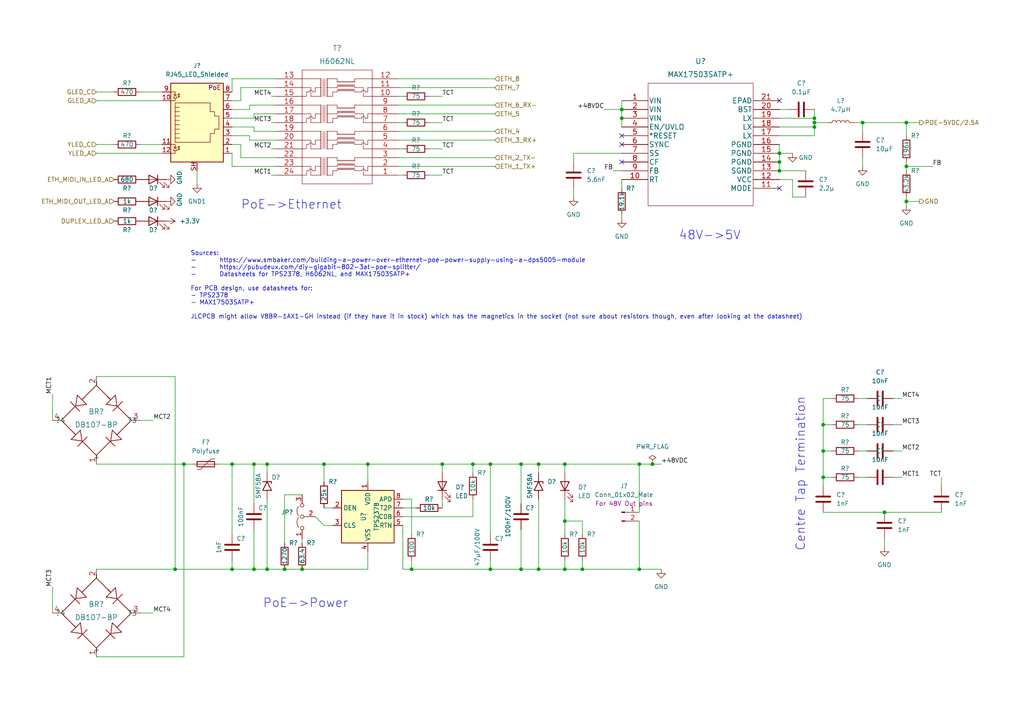
<source format=kicad_sch>
(kicad_sch (version 20211123) (generator eeschema)
  (paper "A4")
  (lib_symbols
    (symbol "2023-01-09_06-38-29:H6062FNLT" (pin_names (offset 0.254) hide)
      (property "Reference" "XMER" (at 17.78 7.62 0))
      (property "Value" "H6062FNLT" (at 17.78 5.08 0))
      (symbol "H6062FNLT_1_1"
        (pin unspecified line (at 0 0 0) (length 7.62) (name "1") (number "1"))
        (pin unspecified line (at 0 -22.86 0) (length 7.62) (name "10") (number "10"))
        (pin unspecified line (at 0 -25.4 0) (length 7.62) (name "11") (number "11"))
        (pin unspecified line (at 0 -27.94 0) (length 7.62) (name "12") (number "12"))
        (pin unspecified line (at 35.56 -27.94 180) (length 7.62) (name "13") (number "13"))
        (pin unspecified line (at 35.56 -25.4 180) (length 7.62) (name "14") (number "14"))
        (pin unspecified line (at 35.56 -22.86 180) (length 7.62) (name "15") (number "15"))
        (pin unspecified line (at 35.56 -20.32 180) (length 7.62) (name "16") (number "16"))
        (pin unspecified line (at 35.56 -17.78 180) (length 7.62) (name "17") (number "17"))
        (pin unspecified line (at 35.56 -15.24 180) (length 7.62) (name "18") (number "18"))
        (pin unspecified line (at 35.56 -12.7 180) (length 7.62) (name "19") (number "19"))
        (pin unspecified line (at 0 -2.54 0) (length 7.62) (name "2") (number "2"))
        (pin unspecified line (at 35.56 -10.16 180) (length 7.62) (name "20") (number "20"))
        (pin unspecified line (at 35.56 -7.62 180) (length 7.62) (name "21") (number "21"))
        (pin unspecified line (at 35.56 -5.08 180) (length 7.62) (name "22") (number "22"))
        (pin unspecified line (at 35.56 -2.54 180) (length 7.62) (name "23") (number "23"))
        (pin unspecified line (at 35.56 0 180) (length 7.62) (name "24") (number "24"))
        (pin unspecified line (at 0 -5.08 0) (length 7.62) (name "3") (number "3"))
        (pin unspecified line (at 0 -7.62 0) (length 7.62) (name "4") (number "4"))
        (pin unspecified line (at 0 -10.16 0) (length 7.62) (name "5") (number "5"))
        (pin unspecified line (at 0 -12.7 0) (length 7.62) (name "6") (number "6"))
        (pin unspecified line (at 0 -15.24 0) (length 7.62) (name "7") (number "7"))
        (pin unspecified line (at 0 -17.78 0) (length 7.62) (name "8") (number "8"))
        (pin unspecified line (at 0 -20.32 0) (length 7.62) (name "9") (number "9"))
      )
    )
    (symbol "Connector:Conn_01x02_Male" (pin_names (offset 1.016) hide)
      (property "Reference" "J" (at 0 2.54 0))
      (property "Value" "Conn_01x02_Male" (at 0 -5.08 0))
      (symbol "Conn_01x02_Male_1_1"
        (pin passive line (at 5.08 0 180) (length 3.81) (name "Pin_1") (number "1"))
        (pin passive line (at 5.08 -2.54 180) (length 3.81) (name "Pin_2") (number "2"))
      )
    )
    (symbol "Connector:RJ45_LED_Shielded" (pin_names (offset 1.016))
      (property "Reference" "J" (at -5.08 13.97 0))
      (property "Value" "RJ45_LED_Shielded" (at 1.27 13.97 0))
      (symbol "RJ45_LED_Shielded_1_1"
        (pin passive line (at 10.16 -7.62 180) (length 2.54) (name "~") (number "1"))
        (pin passive line (at -10.16 7.62 0) (length 2.54) (name "~") (number "10"))
        (pin passive line (at -10.16 -5.08 0) (length 2.54) (name "~") (number "11"))
        (pin passive line (at -10.16 -7.62 0) (length 2.54) (name "~") (number "12"))
        (pin passive line (at 10.16 -5.08 180) (length 2.54) (name "~") (number "2"))
        (pin passive line (at 10.16 -2.54 180) (length 2.54) (name "~") (number "3"))
        (pin passive line (at 10.16 0 180) (length 2.54) (name "~") (number "4"))
        (pin passive line (at 10.16 2.54 180) (length 2.54) (name "~") (number "5"))
        (pin passive line (at 10.16 5.08 180) (length 2.54) (name "~") (number "6"))
        (pin passive line (at 10.16 7.62 180) (length 2.54) (name "~") (number "7"))
        (pin passive line (at 10.16 10.16 180) (length 2.54) (name "~") (number "8"))
        (pin passive line (at -10.16 10.16 0) (length 2.54) (name "~") (number "9"))
        (pin passive line (at 0 -12.7 90) (length 2.54) (name "~") (number "SH"))
      )
    )
    (symbol "Device:C" (pin_numbers hide) (pin_names (offset 0.254))
      (property "Reference" "C" (at 0.635 2.54 0))
      (property "Value" "C" (at 0.635 -2.54 0))
      (symbol "C_1_1"
        (pin passive line (at 0 3.81 270) (length 2.794) (name "~") (number "1"))
        (pin passive line (at 0 -3.81 90) (length 2.794) (name "~") (number "2"))
      )
    )
    (symbol "Device:L" (pin_numbers hide) (pin_names (offset 1.016) hide)
      (property "Reference" "L" (at -1.27 0 90))
      (property "Value" "L" (at 1.905 0 90))
      (symbol "L_1_1"
        (pin passive line (at 0 3.81 270) (length 1.27) (name "1") (number "1"))
        (pin passive line (at 0 -3.81 90) (length 1.27) (name "2") (number "2"))
      )
    )
    (symbol "Device:LED" (pin_numbers hide) (pin_names (offset 1.016) hide)
      (property "Reference" "D" (at 0 2.54 0))
      (property "Value" "LED" (at 0 -2.54 0))
      (symbol "LED_1_1"
        (pin passive line (at -3.81 0 0) (length 2.54) (name "K") (number "1"))
        (pin passive line (at 3.81 0 180) (length 2.54) (name "A") (number "2"))
      )
    )
    (symbol "Device:Polyfuse" (pin_numbers hide) (pin_names (offset 0))
      (property "Reference" "F" (at -2.54 0 90))
      (property "Value" "Polyfuse" (at 2.54 0 90))
      (symbol "Polyfuse_1_1"
        (pin passive line (at 0 3.81 270) (length 1.27) (name "~") (number "1"))
        (pin passive line (at 0 -3.81 90) (length 1.27) (name "~") (number "2"))
      )
    )
    (symbol "Device:R" (pin_numbers hide) (pin_names (offset 0))
      (property "Reference" "R" (at 2.032 0 90))
      (property "Value" "R" (at 0 0 90))
      (symbol "R_1_1"
        (pin passive line (at 0 3.81 270) (length 1.27) (name "~") (number "1"))
        (pin passive line (at 0 -3.81 90) (length 1.27) (name "~") (number "2"))
      )
    )
    (symbol "Diode:SMF58A" (pin_numbers hide) (pin_names (offset 1.016) hide)
      (property "Reference" "D" (at 0 2.54 0))
      (property "Value" "SMF58A" (at 0 -2.54 0))
      (symbol "SMF58A_1_1"
        (pin passive line (at -3.81 0 0) (length 2.54) (name "A1") (number "1"))
        (pin passive line (at 3.81 0 180) (length 2.54) (name "A2") (number "2"))
      )
    )
    (symbol "Jumper:Jumper_3_Open" (pin_names (offset 0) hide)
      (property "Reference" "JP" (at -2.54 -2.54 0))
      (property "Value" "Jumper_3_Open" (at 0 2.794 0))
      (symbol "Jumper_3_Open_1_1"
        (pin passive line (at -6.35 0 0) (length 2.54) (name "A") (number "1"))
        (pin passive line (at 0 -3.81 90) (length 2.54) (name "C") (number "2"))
        (pin passive line (at 6.35 0 180) (length 2.54) (name "B") (number "3"))
      )
    )
    (symbol "ModularDeck_Library:TPS2378"
      (property "Reference" "U" (at 2.54 -8.89 0))
      (property "Value" "TPS2378" (at 7.62 -11.43 0))
      (symbol "TPS2378_1_1"
        (pin power_in line (at 0 10.16 270) (length 2.54) (name "VDD") (number "1"))
        (pin bidirectional line (at -10.16 2.54 0) (length 2.54) (name "DEN") (number "2"))
        (pin output line (at -10.16 -2.54 0) (length 2.54) (name "CLS") (number "3"))
        (pin power_in line (at 0 -10.16 90) (length 2.54) (name "VSS") (number "4"))
        (pin power_out line (at 10.16 -2.54 180) (length 2.54) (name "RTN") (number "5"))
        (pin output line (at 10.16 0 180) (length 2.54) (name "CDB") (number "6"))
        (pin output line (at 10.16 2.54 180) (length 2.54) (name "T2P") (number "7"))
        (pin input line (at 10.16 5.08 180) (length 2.54) (name "APD") (number "8"))
      )
    )
    (symbol "UltraLibrarian:DB107-BP" (pin_names (offset -1.651))
      (property "Reference" "BR" (at 25.4 10.16 0))
      (property "Value" "DB107-BP" (at 12.7 -5.08 0))
      (symbol "DB107-BP_1_1"
        (pin power_out line (at 25.4 0 180) (length 2.54) (name "+") (number "1"))
        (pin power_out line (at 0 0 0) (length 2.54) (name "-") (number "2"))
        (pin power_in line (at 12.7 12.7 270) (length 2.54) (name "?3") (number "3"))
        (pin power_in line (at 12.7 -12.7 90) (length 2.54) (name "?4") (number "4"))
      )
    )
    (symbol "UltraLibrarian:MAX17503SATP+" (pin_names (offset 0.254))
      (property "Reference" "U" (at 22.86 10.16 0))
      (property "Value" "MAX17503SATP+" (at 22.86 7.62 0))
      (property "Datasheet" "https://www.analog.com/media/en/technical-documentation/data-sheets/MAX17503.pdf" (at 21.59 12.7 0))
      (symbol "MAX17503SATP+_1_1"
        (pin power_in line (at 0 0 0) (length 7.62) (name "VIN") (number "1"))
        (pin unspecified line (at 0 -22.86 0) (length 7.62) (name "RT") (number "10"))
        (pin unspecified line (at 45.72 -25.4 180) (length 7.62) (name "MODE") (number "11"))
        (pin power_out line (at 45.72 -22.86 180) (length 7.62) (name "VCC") (number "12"))
        (pin power_out line (at 45.72 -20.32 180) (length 7.62) (name "SGND") (number "13"))
        (pin power_in line (at 45.72 -17.78 180) (length 7.62) (name "PGND") (number "14"))
        (pin power_in line (at 45.72 -15.24 180) (length 7.62) (name "PGND") (number "15"))
        (pin power_in line (at 45.72 -12.7 180) (length 7.62) (name "PGND") (number "16"))
        (pin power_out line (at 45.72 -10.16 180) (length 7.62) (name "LX") (number "17"))
        (pin power_out line (at 45.72 -7.62 180) (length 7.62) (name "LX") (number "18"))
        (pin power_out line (at 45.72 -5.08 180) (length 7.62) (name "LX") (number "19"))
        (pin power_in line (at 0 -2.54 0) (length 7.62) (name "VIN") (number "2"))
        (pin unspecified line (at 45.72 -2.54 180) (length 7.62) (name "BST") (number "20"))
        (pin unspecified line (at 45.72 0 180) (length 7.62) (name "EPAD") (number "21"))
        (pin power_in line (at 0 -5.08 0) (length 7.62) (name "VIN") (number "3"))
        (pin unspecified line (at 0 -7.62 0) (length 7.62) (name "EN/UVLO") (number "4"))
        (pin unspecified line (at 0 -10.16 0) (length 7.62) (name "*RESET") (number "5"))
        (pin unspecified line (at 0 -12.7 0) (length 7.62) (name "SYNC") (number "6"))
        (pin unspecified line (at 0 -15.24 0) (length 7.62) (name "SS") (number "7"))
        (pin unspecified line (at 0 -17.78 0) (length 7.62) (name "CF") (number "8"))
        (pin unspecified line (at 0 -20.32 0) (length 7.62) (name "FB") (number "9"))
      )
    )
    (symbol "power:+3.3V" (power) (pin_names (offset 0))
      (property "Value" "+3.3V" (at 0 3.556 0))
      (symbol "+3.3V_1_1"
        (pin power_in line (at 0 0 90) (length 0) hide (name "+3.3V") (number "1"))
      )
    )
    (symbol "power:GND" (power) (pin_names (offset 0))
      (property "Value" "GND" (at 0 -3.81 0))
      (symbol "GND_1_1"
        (pin power_in line (at 0 0 270) (length 0) hide (name "GND") (number "1"))
      )
    )
    (symbol "power:GND1" (power) (pin_names (offset 0))
      (property "Value" "GND1" (at 0 -3.81 0))
      (symbol "GND1_1_1"
        (pin power_in line (at 0 0 270) (length 0) hide (name "GND1") (number "1"))
      )
    )
    (symbol "power:PWR_FLAG" (power) (pin_numbers hide) (pin_names (offset 0) hide)
      (property "Value" "PWR_FLAG" (at 0 3.81 0))
      (symbol "PWR_FLAG_0_0"
        (pin power_out line (at 0 0 90) (length 0) (name "pwr") (number "1"))
      )
    )
  )
  (junction (at 156.21 165.1))
  (junction (at 163.83 151.13))
  (junction (at 226.06 49.53))
  (junction (at 238.76 123.19))
  (junction (at 189.23 134.62))
  (junction (at 168.91 165.1))
  (junction (at 77.47 134.62))
  (junction (at 77.47 165.1))
  (junction (at 163.83 165.1))
  (junction (at 119.38 165.1))
  (junction (at 142.24 134.62))
  (junction (at 236.22 34.29))
  (junction (at 180.34 31.75))
  (junction (at 151.13 134.62))
  (junction (at 226.06 44.45))
  (junction (at 185.42 165.1))
  (junction (at 67.31 134.62))
  (junction (at 73.66 134.62))
  (junction (at 151.13 165.1))
  (junction (at 256.54 148.59))
  (junction (at 156.21 134.62))
  (junction (at 128.27 134.62))
  (junction (at 106.68 134.62))
  (junction (at 236.22 36.83))
  (junction (at 87.63 165.1))
  (junction (at 82.55 165.1))
  (junction (at 262.89 48.26))
  (junction (at 163.83 134.62))
  (junction (at 53.34 134.62))
  (junction (at 226.06 46.99))
  (junction (at 238.76 138.43))
  (junction (at 142.24 165.1))
  (junction (at 185.42 134.62))
  (junction (at 236.22 35.56))
  (junction (at 180.34 34.29))
  (junction (at 50.8 165.1))
  (junction (at 250.19 35.56))
  (junction (at 137.16 134.62))
  (junction (at 67.31 165.1))
  (junction (at 93.98 134.62))
  (junction (at 238.76 130.81))
  (junction (at 262.89 58.42))
  (junction (at 262.89 35.56))
  (junction (at 73.66 165.1))
  (no_connect (at 226.06 29.21))
  (no_connect (at 226.06 54.61))
  (no_connect (at 180.34 41.91))
  (no_connect (at 180.34 39.37))
  (no_connect (at 180.34 46.99))
  (wire (pts (xy 238.76 115.57) (xy 241.3 115.57)))
  (wire (pts (xy 73.66 134.62) (xy 77.47 134.62)))
  (wire (pts (xy 262.89 57.15) (xy 262.89 58.42)))
  (wire (pts (xy 27.94 109.22) (xy 50.8 109.22)))
  (wire (pts (xy 72.39 31.75) (xy 72.39 30.48)))
  (wire (pts (xy 226.06 44.45) (xy 226.06 46.99)))
  (wire (pts (xy 163.83 134.62) (xy 185.42 134.62)))
  (wire (pts (xy 236.22 39.37) (xy 236.22 36.83)))
  (wire (pts (xy 67.31 165.1) (xy 73.66 165.1)))
  (wire (pts (xy 236.22 35.56) (xy 240.03 35.56)))
  (wire (pts (xy 229.87 52.07) (xy 229.87 57.15)))
  (wire (pts (xy 73.66 134.62) (xy 73.66 146.05)))
  (wire (pts (xy 238.76 123.19) (xy 238.76 130.81)))
  (wire (pts (xy 53.34 134.62) (xy 55.88 134.62)))
  (wire (pts (xy 69.85 45.72) (xy 80.01 45.72)))
  (wire (pts (xy 177.8 49.53) (xy 180.34 49.53)))
  (wire (pts (xy 27.94 134.62) (xy 53.34 134.62)))
  (wire (pts (xy 185.42 165.1) (xy 191.77 165.1)))
  (wire (pts (xy 40.64 177.8) (xy 44.45 177.8)))
  (wire (pts (xy 163.83 162.56) (xy 163.83 165.1)))
  (wire (pts (xy 259.08 130.81) (xy 261.62 130.81)))
  (wire (pts (xy 250.19 45.72) (xy 250.19 48.26)))
  (wire (pts (xy 128.27 147.32) (xy 128.27 144.78)))
  (wire (pts (xy 166.37 44.45) (xy 166.37 46.99)))
  (wire (pts (xy 156.21 134.62) (xy 156.21 137.16)))
  (wire (pts (xy 151.13 165.1) (xy 156.21 165.1)))
  (wire (pts (xy 72.39 40.64) (xy 80.01 40.64)))
  (wire (pts (xy 168.91 154.94) (xy 168.91 151.13)))
  (wire (pts (xy 115.57 50.8) (xy 116.84 50.8)))
  (wire (pts (xy 236.22 34.29) (xy 236.22 31.75)))
  (wire (pts (xy 50.8 165.1) (xy 67.31 165.1)))
  (wire (pts (xy 142.24 134.62) (xy 142.24 154.94)))
  (wire (pts (xy 256.54 148.59) (xy 273.05 148.59)))
  (wire (pts (xy 115.57 22.86) (xy 143.51 22.86)))
  (wire (pts (xy 248.92 138.43) (xy 251.46 138.43)))
  (wire (pts (xy 72.39 39.37) (xy 72.39 40.64)))
  (wire (pts (xy 226.06 36.83) (xy 236.22 36.83)))
  (wire (pts (xy 67.31 134.62) (xy 73.66 134.62)))
  (wire (pts (xy 180.34 29.21) (xy 180.34 31.75)))
  (wire (pts (xy 236.22 35.56) (xy 236.22 34.29)))
  (wire (pts (xy 262.89 46.99) (xy 262.89 48.26)))
  (wire (pts (xy 46.99 26.67) (xy 40.64 26.67)))
  (wire (pts (xy 69.85 25.4) (xy 80.01 25.4)))
  (wire (pts (xy 142.24 134.62) (xy 151.13 134.62)))
  (wire (pts (xy 73.66 34.29) (xy 73.66 33.02)))
  (wire (pts (xy 262.89 58.42) (xy 266.7 58.42)))
  (wire (pts (xy 33.02 41.91) (xy 27.94 41.91)))
  (wire (pts (xy 137.16 134.62) (xy 137.16 137.16)))
  (wire (pts (xy 238.76 138.43) (xy 241.3 138.43)))
  (wire (pts (xy 27.94 29.21) (xy 46.99 29.21)))
  (wire (pts (xy 238.76 138.43) (xy 238.76 140.97)))
  (wire (pts (xy 115.57 30.48) (xy 143.51 30.48)))
  (wire (pts (xy 115.57 43.18) (xy 116.84 43.18)))
  (wire (pts (xy 77.47 134.62) (xy 77.47 137.16)))
  (wire (pts (xy 248.92 123.19) (xy 251.46 123.19)))
  (wire (pts (xy 73.66 153.67) (xy 73.66 165.1)))
  (wire (pts (xy 156.21 165.1) (xy 163.83 165.1)))
  (wire (pts (xy 238.76 115.57) (xy 238.76 123.19)))
  (wire (pts (xy 115.57 35.56) (xy 116.84 35.56)))
  (wire (pts (xy 185.42 151.13) (xy 185.42 165.1)))
  (wire (pts (xy 185.42 134.62) (xy 189.23 134.62)))
  (wire (pts (xy 93.98 152.4) (xy 96.52 152.4)))
  (wire (pts (xy 124.46 35.56) (xy 128.27 35.56)))
  (wire (pts (xy 82.55 143.51) (xy 82.55 157.48)))
  (wire (pts (xy 137.16 149.86) (xy 116.84 149.86)))
  (wire (pts (xy 151.13 153.67) (xy 151.13 165.1)))
  (wire (pts (xy 226.06 34.29) (xy 236.22 34.29)))
  (wire (pts (xy 226.06 41.91) (xy 226.06 44.45)))
  (wire (pts (xy 78.74 50.8) (xy 80.01 50.8)))
  (wire (pts (xy 69.85 29.21) (xy 69.85 25.4)))
  (wire (pts (xy 115.57 40.64) (xy 143.51 40.64)))
  (wire (pts (xy 151.13 134.62) (xy 156.21 134.62)))
  (wire (pts (xy 72.39 30.48) (xy 80.01 30.48)))
  (wire (pts (xy 67.31 162.56) (xy 67.31 165.1)))
  (wire (pts (xy 250.19 38.1) (xy 250.19 35.56)))
  (wire (pts (xy 137.16 144.78) (xy 137.16 149.86)))
  (wire (pts (xy 67.31 41.91) (xy 69.85 41.91)))
  (wire (pts (xy 67.31 22.86) (xy 80.01 22.86)))
  (wire (pts (xy 124.46 50.8) (xy 128.27 50.8)))
  (wire (pts (xy 128.27 134.62) (xy 137.16 134.62)))
  (wire (pts (xy 67.31 36.83) (xy 73.66 36.83)))
  (wire (pts (xy 119.38 144.78) (xy 116.84 144.78)))
  (wire (pts (xy 142.24 162.56) (xy 142.24 165.1)))
  (wire (pts (xy 87.63 165.1) (xy 106.68 165.1)))
  (wire (pts (xy 262.89 35.56) (xy 250.19 35.56)))
  (wire (pts (xy 67.31 34.29) (xy 73.66 34.29)))
  (wire (pts (xy 73.66 38.1) (xy 80.01 38.1)))
  (wire (pts (xy 93.98 152.4) (xy 91.44 149.86)))
  (wire (pts (xy 180.34 52.07) (xy 180.34 54.61)))
  (wire (pts (xy 226.06 39.37) (xy 236.22 39.37)))
  (wire (pts (xy 226.06 46.99) (xy 226.06 49.53)))
  (wire (pts (xy 119.38 154.94) (xy 119.38 144.78)))
  (wire (pts (xy 73.66 36.83) (xy 73.66 38.1)))
  (wire (pts (xy 67.31 44.45) (xy 67.31 48.26)))
  (wire (pts (xy 156.21 134.62) (xy 163.83 134.62)))
  (wire (pts (xy 259.08 115.57) (xy 261.62 115.57)))
  (wire (pts (xy 67.31 26.67) (xy 67.31 22.86)))
  (wire (pts (xy 262.89 48.26) (xy 262.89 49.53)))
  (wire (pts (xy 33.02 26.67) (xy 27.94 26.67)))
  (wire (pts (xy 115.57 38.1) (xy 143.51 38.1)))
  (wire (pts (xy 256.54 156.21) (xy 256.54 158.75)))
  (wire (pts (xy 259.08 123.19) (xy 261.62 123.19)))
  (wire (pts (xy 78.74 27.94) (xy 80.01 27.94)))
  (wire (pts (xy 226.06 44.45) (xy 229.87 44.45)))
  (wire (pts (xy 78.74 43.18) (xy 80.01 43.18)))
  (wire (pts (xy 128.27 134.62) (xy 128.27 137.16)))
  (wire (pts (xy 262.89 35.56) (xy 266.7 35.56)))
  (wire (pts (xy 69.85 41.91) (xy 69.85 45.72)))
  (wire (pts (xy 238.76 123.19) (xy 241.3 123.19)))
  (wire (pts (xy 15.24 114.3) (xy 15.24 121.92)))
  (wire (pts (xy 262.89 48.26) (xy 270.51 48.26)))
  (wire (pts (xy 77.47 165.1) (xy 82.55 165.1)))
  (wire (pts (xy 156.21 144.78) (xy 156.21 165.1)))
  (wire (pts (xy 27.94 190.5) (xy 53.34 190.5)))
  (wire (pts (xy 180.34 62.23) (xy 180.34 63.5)))
  (wire (pts (xy 248.92 130.81) (xy 251.46 130.81)))
  (wire (pts (xy 87.63 143.51) (xy 82.55 143.51)))
  (wire (pts (xy 67.31 29.21) (xy 69.85 29.21)))
  (wire (pts (xy 67.31 48.26) (xy 80.01 48.26)))
  (wire (pts (xy 185.42 134.62) (xy 185.42 148.59)))
  (wire (pts (xy 262.89 39.37) (xy 262.89 35.56)))
  (wire (pts (xy 124.46 43.18) (xy 128.27 43.18)))
  (wire (pts (xy 93.98 134.62) (xy 106.68 134.62)))
  (wire (pts (xy 226.06 31.75) (xy 228.6 31.75)))
  (wire (pts (xy 77.47 144.78) (xy 77.47 165.1)))
  (wire (pts (xy 163.83 134.62) (xy 163.83 137.16)))
  (wire (pts (xy 124.46 27.94) (xy 128.27 27.94)))
  (wire (pts (xy 87.63 156.21) (xy 87.63 157.48)))
  (wire (pts (xy 93.98 134.62) (xy 93.98 139.7)))
  (wire (pts (xy 273.05 138.43) (xy 273.05 140.97)))
  (wire (pts (xy 262.89 58.42) (xy 262.89 59.69)))
  (wire (pts (xy 46.99 44.45) (xy 27.94 44.45)))
  (wire (pts (xy 137.16 134.62) (xy 142.24 134.62)))
  (wire (pts (xy 119.38 165.1) (xy 142.24 165.1)))
  (wire (pts (xy 163.83 165.1) (xy 168.91 165.1)))
  (wire (pts (xy 142.24 165.1) (xy 151.13 165.1)))
  (wire (pts (xy 82.55 165.1) (xy 87.63 165.1)))
  (wire (pts (xy 180.34 31.75) (xy 180.34 34.29)))
  (wire (pts (xy 115.57 27.94) (xy 116.84 27.94)))
  (wire (pts (xy 115.57 48.26) (xy 143.51 48.26)))
  (wire (pts (xy 27.94 165.1) (xy 50.8 165.1)))
  (wire (pts (xy 180.34 44.45) (xy 166.37 44.45)))
  (wire (pts (xy 46.99 41.91) (xy 40.64 41.91)))
  (wire (pts (xy 115.57 45.72) (xy 143.51 45.72)))
  (wire (pts (xy 106.68 134.62) (xy 128.27 134.62)))
  (wire (pts (xy 115.57 33.02) (xy 143.51 33.02)))
  (wire (pts (xy 168.91 151.13) (xy 163.83 151.13)))
  (wire (pts (xy 93.98 147.32) (xy 96.52 147.32)))
  (wire (pts (xy 229.87 57.15) (xy 233.68 57.15)))
  (wire (pts (xy 106.68 165.1) (xy 106.68 160.02)))
  (wire (pts (xy 226.06 52.07) (xy 229.87 52.07)))
  (wire (pts (xy 15.24 170.18) (xy 15.24 177.8)))
  (wire (pts (xy 40.64 121.92) (xy 44.45 121.92)))
  (wire (pts (xy 163.83 151.13) (xy 163.83 154.94)))
  (wire (pts (xy 116.84 152.4) (xy 116.84 165.1)))
  (wire (pts (xy 236.22 36.83) (xy 236.22 35.56)))
  (wire (pts (xy 63.5 134.62) (xy 67.31 134.62)))
  (wire (pts (xy 175.26 31.75) (xy 180.34 31.75)))
  (wire (pts (xy 77.47 134.62) (xy 93.98 134.62)))
  (wire (pts (xy 238.76 130.81) (xy 241.3 130.81)))
  (wire (pts (xy 226.06 49.53) (xy 233.68 49.53)))
  (wire (pts (xy 259.08 138.43) (xy 261.62 138.43)))
  (wire (pts (xy 106.68 134.62) (xy 106.68 139.7)))
  (wire (pts (xy 248.92 115.57) (xy 251.46 115.57)))
  (wire (pts (xy 238.76 130.81) (xy 238.76 138.43)))
  (wire (pts (xy 73.66 33.02) (xy 80.01 33.02)))
  (wire (pts (xy 250.19 35.56) (xy 247.65 35.56)))
  (wire (pts (xy 73.66 165.1) (xy 77.47 165.1)))
  (wire (pts (xy 168.91 165.1) (xy 185.42 165.1)))
  (wire (pts (xy 53.34 190.5) (xy 53.34 134.62)))
  (wire (pts (xy 57.15 49.53) (xy 57.15 53.34)))
  (wire (pts (xy 116.84 147.32) (xy 120.65 147.32)))
  (wire (pts (xy 163.83 144.78) (xy 163.83 151.13)))
  (wire (pts (xy 50.8 109.22) (xy 50.8 165.1)))
  (wire (pts (xy 78.74 35.56) (xy 80.01 35.56)))
  (wire (pts (xy 151.13 134.62) (xy 151.13 146.05)))
  (wire (pts (xy 115.57 25.4) (xy 143.51 25.4)))
  (wire (pts (xy 119.38 162.56) (xy 119.38 165.1)))
  (wire (pts (xy 238.76 148.59) (xy 256.54 148.59)))
  (wire (pts (xy 166.37 54.61) (xy 166.37 57.15)))
  (wire (pts (xy 116.84 165.1) (xy 119.38 165.1)))
  (wire (pts (xy 67.31 134.62) (xy 67.31 154.94)))
  (wire (pts (xy 67.31 31.75) (xy 72.39 31.75)))
  (wire (pts (xy 67.31 39.37) (xy 72.39 39.37)))
  (wire (pts (xy 189.23 134.62) (xy 191.77 134.62)))
  (wire (pts (xy 168.91 162.56) (xy 168.91 165.1)))
  (wire (pts (xy 180.34 34.29) (xy 180.34 36.83)))
  (text "PoE->Power" (at 76.2 176.53 0) (effects (font (size 2.54 2.54)) (justify left bottom)))
  (text "Sources:\n-       https://www.smbaker.com/building-a-power-over-ethernet-poe-power-supply-using-a-dps5005-module\n-       https://pubudeux.com/diy-gigabit-802-3at-poe-splitter/\n-       Datasheets for TPS2378, H6062NL, and MAX17503SATP+\n\nFor PCB design, use datasheets for:\n- TPS2378\n- MAX17503SATP+\n\nJLCPCB might allow V8BR-1AX1-GH instead (if they have it in stock) which has the magnetics in the socket (not sure about resistors though, even after looking at the datasheet)" (at 55.245 92.71 0) (effects (font (size 1.27 1.27)) (justify left bottom)))
  (text "48V->5V" (at 196.85 69.85 0) (effects (font (size 2.54 2.54)) (justify left bottom)))
  (text "Centre Tap Termination" (at 233.68 160.02 90) (effects (font (size 2.54 2.54)) (justify left bottom)))
  (text "PoE->Ethernet" (at 69.85 60.96 0) (effects (font (size 2.54 2.54)) (justify left bottom)))
  (label "FB" (at 270.51 48.26 0))
  (label "TCT" (at 128.27 43.18 0))
  (label "MCT3" (at 15.24 170.18 90))
  (label "TCT" (at 128.27 50.8 0))
  (label "TCT" (at 128.27 27.94 0))
  (label "+48VDC" (at 191.77 134.62 0))
  (label "MCT2" (at 44.45 121.92 0))
  (label "FB" (at 177.8 49.53 180))
  (label "MCT3" (at 261.62 123.19 0))
  (label "MCT1" (at 261.62 138.43 0))
  (label "MCT4" (at 78.74 27.94 180))
  (label "TCT" (at 273.05 138.43 180))
  (label "MCT2" (at 261.62 130.81 0))
  (label "+48VDC" (at 175.26 31.75 180))
  (label "MCT4" (at 261.62 115.57 0))
  (label "MCT4" (at 44.45 177.8 0))
  (label "MCT2" (at 78.74 43.18 180))
  (label "TCT" (at 128.27 35.56 0))
  (label "MCT3" (at 78.74 35.56 180))
  (label "MCT1" (at 78.74 50.8 180))
  (label "MCT1" (at 15.24 114.3 90))
  (hierarchical_label "ETH_5" (shape input) (at 143.51 33.02 0))
  (hierarchical_label "DUPLEX_LED_A" (shape input) (at 33.02 64.135 180))
  (hierarchical_label "ETH_6_RX-" (shape input) (at 143.51 30.48 0))
  (hierarchical_label "ETH_MIDI_OUT_LED_A" (shape input) (at 33.02 58.42 180))
  (hierarchical_label "ETH_4" (shape input) (at 143.51 38.1 0))
  (hierarchical_label "ETH_MIDI_IN_LED_A" (shape input) (at 33.02 52.07 180))
  (hierarchical_label "GND" (shape output) (at 266.7 58.42 0))
  (hierarchical_label "GLED_A" (shape input) (at 27.94 29.21 180))
  (hierarchical_label "GLED_C" (shape input) (at 27.94 26.67 180))
  (hierarchical_label "ETH_2_TX-" (shape input) (at 143.51 45.72 0))
  (hierarchical_label "YLED_C" (shape input) (at 27.94 41.91 180))
  (hierarchical_label "ETH_8" (shape input) (at 143.51 22.86 0))
  (hierarchical_label "ETH_7" (shape input) (at 143.51 25.4 0))
  (hierarchical_label "YLED_A" (shape input) (at 27.94 44.45 180))
  (hierarchical_label "ETH_3_RX+" (shape input) (at 143.51 40.64 0))
  (hierarchical_label "POE-5VDC{slash}2.5A" (shape output) (at 266.7 35.56 0))
  (hierarchical_label "ETH_1_TX+" (shape input) (at 143.51 48.26 0))
  (symbol (lib_id "ModularDeck_Library:TPS2378") (at 106.68 149.86 0) (unit 1)
    (property "Reference" "U?" (at 105.41 149.86 90))
    (property "Value" "TPS2378" (at 109.22 149.86 90))
    (property "Footprint" "Package_SO:Texas_HSOP-8-1EP_3.9x4.9mm_P1.27mm_ThermalVias" (effects hide))
    (property "Datasheet" "https://www.ti.com/lit/ds/symlink/tps2378.pdf" (effects hide))
  )
  (symbol (lib_id "Device:R") (at 137.16 140.97 0) (unit 1)
    (property "Reference" "R?" (at 138.43 137.16 0) (effects (justify left)))
    (property "Value" "10k" (at 137.16 140.97 90))
  )
  (symbol (lib_id "Device:R") (at 87.63 161.29 0) (unit 1)
    (property "Reference" "R?" (at 88.9 157.48 0) (effects (justify left)))
    (property "Value" "63.4" (at 87.63 161.29 90))
  )
  (symbol (lib_id "power:GND") (at 262.89 59.69 0) (unit 1)
    (property "Reference" "#PWR?" (effects hide))
    (property "Value" "GND" (at 262.89 64.77 0))
  )
  (symbol (lib_id "Device:Polyfuse") (at 59.69 134.62 90) (unit 1)
    (property "Reference" "F?" (at 59.69 128.27 90))
    (property "Value" "Polyfuse" (at 59.69 130.81 90))
  )
  (symbol (lib_id "power:GND") (at 229.87 44.45 0) (unit 1)
    (property "Reference" "#PWR?" (effects hide))
    (property "Value" "GND" (at 233.68 45.72 0))
  )
  (symbol (lib_id "Device:R") (at 119.38 158.75 0) (unit 1)
    (property "Reference" "R?" (at 120.65 154.94 0) (effects (justify left)))
    (property "Value" "100" (at 119.38 158.75 90))
  )
  (symbol (lib_id "Device:R") (at 36.83 52.07 90) (mirror x) (unit 1)
    (property "Reference" "R?" (at 36.83 54.61 90))
    (property "Value" "680" (at 36.83 52.07 90))
    (property "Footprint" "Resistor_SMD:R_0402_1005Metric" (effects hide))
    (property "LCSC" "C25130" (effects hide))
  )
  (symbol (lib_id "Diode:SMF58A") (at 156.21 140.97 270) (unit 1)
    (property "Reference" "D?" (at 158.75 139.6999 90) (effects (justify left)))
    (property "Value" "SMF58A" (at 153.67 140.97 0))
    (property "Footprint" "Diode_SMD:D_SMF" (effects hide))
    (property "Datasheet" "https://www.vishay.com/doc?85881" (effects hide))
  )
  (symbol (lib_id "power:GND1") (at 57.15 53.34 0) (unit 1)
    (property "Reference" "#PWR?" (effects hide))
    (property "Value" "GND1" (at 57.15 58.42 0))
  )
  (symbol (lib_id "Device:R") (at 168.91 158.75 0) (unit 1)
    (property "Reference" "R?" (at 170.18 154.94 0) (effects (justify left)))
    (property "Value" "10k" (at 168.91 158.75 90))
  )
  (symbol (lib_id "Device:C") (at 232.41 31.75 90) (unit 1)
    (property "Reference" "C?" (at 232.41 24.13 90))
    (property "Value" "0.1μF" (at 232.41 26.67 90))
  )
  (symbol (lib_id "Device:R") (at 120.65 27.94 90) (unit 1)
    (property "Reference" "R?" (at 120.65 25.4 90))
    (property "Value" "75" (at 120.65 27.94 90))
  )
  (symbol (lib_id "power:GND") (at 48.26 58.42 90) (mirror x) (unit 1)
    (property "Reference" "#PWR?" (effects hide))
    (property "Value" "GND" (at 52.07 55.88 0) (effects (justify left)))
  )
  (symbol (lib_id "Device:C") (at 73.66 149.86 0) (unit 1)
    (property "Reference" "C?" (at 74.93 147.32 0) (effects (justify left)))
    (property "Value" "100nF" (at 69.85 149.86 90))
  )
  (symbol (lib_id "Device:R") (at 36.83 58.42 90) (mirror x) (unit 1)
    (property "Reference" "R?" (at 36.83 60.96 90))
    (property "Value" "1k" (at 36.83 58.42 90))
    (property "Footprint" "Resistor_SMD:R_0402_1005Metric" (effects hide))
    (property "LCSC" "C11702" (effects hide))
  )
  (symbol (lib_id "Diode:SMF58A") (at 77.47 140.97 270) (unit 1)
    (property "Reference" "D?" (at 78.74 138.43 90) (effects (justify left)))
    (property "Value" "SMF58A" (at 74.93 140.97 0))
    (property "Footprint" "Diode_SMD:D_SMF" (effects hide))
    (property "Datasheet" "https://www.vishay.com/doc?85881" (effects hide))
  )
  (symbol (lib_id "Device:R") (at 93.98 143.51 0) (unit 1)
    (property "Reference" "R?" (at 95.25 139.7 0) (effects (justify left)))
    (property "Value" "25k" (at 93.98 143.51 90))
  )
  (symbol (lib_id "Device:R") (at 120.65 50.8 90) (unit 1)
    (property "Reference" "R?" (at 120.65 48.26 90))
    (property "Value" "75" (at 120.65 50.8 90))
  )
  (symbol (lib_id "Device:C") (at 166.37 50.8 0) (unit 1)
    (property "Reference" "C?" (at 170.18 49.5299 0) (effects (justify left)))
    (property "Value" "5.6nF" (at 170.18 52.0699 0) (effects (justify left)))
  )
  (symbol (lib_id "Device:R") (at 36.83 64.135 90) (mirror x) (unit 1)
    (property "Reference" "R?" (at 36.83 66.675 90))
    (property "Value" "1k" (at 36.83 64.135 90))
    (property "Footprint" "Resistor_SMD:R_0402_1005Metric" (effects hide))
    (property "LCSC" "C11702" (effects hide))
  )
  (symbol (lib_id "power:+3.3V") (at 48.26 64.135 270) (unit 1)
    (property "Reference" "#PWR?" (effects hide))
    (property "Value" "+3.3V" (at 52.07 64.1349 90) (effects (justify left)))
  )
  (symbol (lib_id "Device:C") (at 273.05 144.78 0) (unit 1)
    (property "Reference" "C?" (at 276.86 143.5099 0) (effects (justify left)))
    (property "Value" "1nF" (at 276.86 146.0499 0) (effects (justify left)))
  )
  (symbol (lib_id "Device:LED") (at 128.27 140.97 90) (unit 1)
    (property "Reference" "D?" (at 132.08 141.2874 90) (effects (justify right)))
    (property "Value" "LED" (at 132.08 143.8274 90) (effects (justify right)))
  )
  (symbol (lib_id "power:GND") (at 256.54 158.75 0) (unit 1)
    (property "Reference" "#PWR?" (effects hide))
    (property "Value" "GND" (at 256.54 163.83 0))
  )
  (symbol (lib_id "Connector:RJ45_LED_Shielded") (at 57.15 36.83 0) (unit 1)
    (property "Reference" "J?" (at 57.15 19.05 0))
    (property "Value" "RJ45_LED_Shielded" (at 57.15 21.59 0))
    (property "Signal" "PoE" (at 62.23 25.4 0))
  )
  (symbol (lib_id "power:GND") (at 250.19 48.26 0) (unit 1)
    (property "Reference" "#PWR?" (effects hide))
    (property "Value" "GND" (at 250.19 53.34 0))
  )
  (symbol (lib_id "Device:C") (at 142.24 158.75 0) (unit 1)
    (property "Reference" "C?" (at 143.51 156.21 0) (effects (justify left)))
    (property "Value" "47μF/100V" (at 138.43 158.75 90))
  )
  (symbol (lib_id "Device:LED") (at 44.45 52.07 0) (mirror y) (unit 1)
    (property "Reference" "D?" (at 44.45 54.61 0))
    (property "Value" "Green" (effects hide))
    (property "Footprint" "LED_SMD:LED_0805_2012Metric" (effects hide))
    (property "LCSC" "C142303" (effects hide))
  )
  (symbol (lib_id "power:GND") (at 191.77 165.1 0) (unit 1)
    (property "Reference" "#PWR?" (effects hide))
    (property "Value" "GND" (at 191.77 170.18 0))
  )
  (symbol (lib_id "Device:R") (at 245.11 138.43 90) (unit 1)
    (property "Reference" "R?" (at 245.11 135.89 90))
    (property "Value" "75" (at 245.11 138.43 90))
  )
  (symbol (lib_id "Device:R") (at 245.11 130.81 90) (unit 1)
    (property "Reference" "R?" (at 245.11 128.27 90))
    (property "Value" "75" (at 245.11 130.81 90))
  )
  (symbol (lib_id "Device:C") (at 233.68 53.34 0) (unit 1)
    (property "Reference" "C?" (at 237.49 52.0699 0) (effects (justify left)))
    (property "Value" "2.2μ" (at 237.49 54.6099 0) (effects (justify left)))
  )
  (symbol (lib_id "Device:C") (at 255.27 115.57 90) (unit 1)
    (property "Reference" "C?" (at 255.27 107.95 90))
    (property "Value" "10nF" (at 255.27 110.49 90))
  )
  (symbol (lib_id "Device:L") (at 243.84 35.56 90) (unit 1)
    (property "Reference" "L?" (at 243.84 29.21 90))
    (property "Value" "4.7μH" (at 243.84 31.75 90))
  )
  (symbol (lib_id "Device:C") (at 255.27 130.81 90) (unit 1)
    (property "Reference" "C?" (at 255.27 123.19 90))
    (property "Value" "10nF" (at 255.27 125.73 90))
  )
  (symbol (lib_id "Device:R") (at 245.11 123.19 90) (unit 1)
    (property "Reference" "R?" (at 245.11 120.65 90))
    (property "Value" "75" (at 245.11 123.19 90))
  )
  (symbol (lib_id "Device:LED") (at 44.45 58.42 0) (mirror y) (unit 1)
    (property "Reference" "D?" (at 44.45 60.96 0))
    (property "Value" "Blue" (effects hide))
    (property "Footprint" "LED_SMD:LED_0805_2012Metric" (effects hide))
    (property "LCSC" "C84259" (effects hide))
  )
  (symbol (lib_id "Device:C") (at 255.27 123.19 90) (unit 1)
    (property "Reference" "C?" (at 255.27 115.57 90))
    (property "Value" "10nF" (at 255.27 118.11 90))
  )
  (symbol (lib_id "Device:R") (at 120.65 43.18 90) (unit 1)
    (property "Reference" "R?" (at 120.65 40.64 90))
    (property "Value" "75" (at 120.65 43.18 90))
  )
  (symbol (lib_id "Device:R") (at 82.55 161.29 0) (unit 1)
    (property "Reference" "R?" (at 83.82 157.48 0) (effects (justify left)))
    (property "Value" "1270" (at 82.55 161.29 90))
  )
  (symbol (lib_id "Connector:Conn_01x02_Male") (at 180.34 148.59 0) (unit 1)
    (property "Reference" "J?" (at 180.975 140.97 0))
    (property "Value" "Conn_01x02_Male" (at 180.975 143.51 0))
    (property "Description" "For 48V Out pins" (at 180.975 146.05 0))
  )
  (symbol (lib_id "Device:R") (at 180.34 58.42 0) (unit 1)
    (property "Reference" "R?" (at 181.61 54.61 0) (effects (justify left)))
    (property "Value" "19.1k" (at 180.34 58.42 90))
  )
  (symbol (lib_id "Device:LED") (at 163.83 140.97 90) (unit 1)
    (property "Reference" "D?" (at 167.64 141.2874 90) (effects (justify right)))
    (property "Value" "LED" (at 167.64 143.8274 90) (effects (justify right)))
  )
  (symbol (lib_id "UltraLibrarian:DB107-BP") (at 27.94 109.22 270) (unit 1)
    (property "Reference" "BR?" (at 27.94 119.38 90) (effects (font (size 1.524 1.524))))
    (property "Value" "DB107-BP" (at 27.94 123.19 90) (effects (font (size 1.524 1.524))))
    (property "Footprint" "DB-1_MCC" (effects hide))
    (property "Datasheet" "https://au.mouser.com/datasheet/2/345/db101_db107-1774120.pdf" (effects hide))
  )
  (symbol (lib_id "power:GND") (at 48.26 52.07 90) (mirror x) (unit 1)
    (property "Reference" "#PWR?" (effects hide))
    (property "Value" "GND" (at 52.07 49.53 0) (effects (justify left)))
  )
  (symbol (lib_id "Device:LED") (at 44.45 64.135 0) (mirror y) (unit 1)
    (property "Reference" "D?" (at 44.45 66.675 0))
    (property "Value" "Blue" (effects hide))
    (property "Footprint" "LED_SMD:LED_0805_2012Metric" (effects hide))
    (property "LCSC" "C84259" (effects hide))
  )
  (symbol (lib_id "Device:R") (at 262.89 53.34 0) (unit 1)
    (property "Reference" "R?" (at 264.16 49.53 0) (effects (justify left)))
    (property "Value" "43.2k" (at 262.89 53.34 90))
  )
  (symbol (lib_id "Device:R") (at 36.83 41.91 90) (unit 1)
    (property "Reference" "R?" (at 36.83 39.37 90))
    (property "Value" "470" (at 36.83 41.91 90))
  )
  (symbol (lib_id "Device:R") (at 163.83 158.75 0) (unit 1)
    (property "Reference" "R?" (at 165.1 154.94 0) (effects (justify left)))
    (property "Value" "10k" (at 163.83 158.75 90))
  )
  (symbol (lib_id "Device:C") (at 256.54 152.4 0) (unit 1)
    (property "Reference" "C?" (at 260.35 151.1299 0) (effects (justify left)))
    (property "Value" "1nF" (at 260.35 153.6699 0) (effects (justify left)))
  )
  (symbol (lib_id "Device:C") (at 151.13 149.86 0) (unit 1)
    (property "Reference" "C?" (at 152.4 147.32 0) (effects (justify left)))
    (property "Value" "100nF/100V" (at 147.32 149.86 90))
  )
  (symbol (lib_id "power:GND") (at 180.34 63.5 0) (unit 1)
    (property "Reference" "#PWR?" (effects hide))
    (property "Value" "GND" (at 180.34 68.58 0))
  )
  (symbol (lib_id "power:GND") (at 166.37 57.15 0) (unit 1)
    (property "Reference" "#PWR?" (effects hide))
    (property "Value" "GND" (at 166.37 62.23 0))
  )
  (symbol (lib_id "Device:C") (at 67.31 158.75 0) (unit 1)
    (property "Reference" "C?" (at 68.58 156.21 0) (effects (justify left)))
    (property "Value" "1nF" (at 63.5 158.75 90))
  )
  (symbol (lib_id "Device:R") (at 120.65 35.56 90) (unit 1)
    (property "Reference" "R?" (at 120.65 33.02 90))
    (property "Value" "75" (at 120.65 35.56 90))
  )
  (symbol (lib_id "Device:R") (at 245.11 115.57 90) (unit 1)
    (property "Reference" "R?" (at 245.11 113.03 90))
    (property "Value" "75" (at 245.11 115.57 90))
  )
  (symbol (lib_id "Device:C") (at 250.19 41.91 0) (unit 1)
    (property "Reference" "C?" (at 254 40.6399 0) (effects (justify left)))
    (property "Value" "10μF" (at 254 43.1799 0) (effects (justify left)))
  )
  (symbol (lib_id "UltraLibrarian:DB107-BP") (at 27.94 165.1 270) (unit 1)
    (property "Reference" "BR?" (at 27.94 175.26 90) (effects (font (size 1.524 1.524))))
    (property "Value" "DB107-BP" (at 27.94 179.07 90) (effects (font (size 1.524 1.524))))
    (property "Footprint" "DB-1_MCC" (effects hide))
    (property "Datasheet" "https://au.mouser.com/datasheet/2/345/db101_db107-1774120.pdf" (effects hide))
  )
  (symbol (lib_id "Device:R") (at 262.89 43.18 0) (unit 1)
    (property "Reference" "R?" (at 264.16 39.37 0) (effects (justify left)))
    (property "Value" "196k" (at 262.89 43.18 90))
  )
  (symbol (lib_id "UltraLibrarian:MAX17503SATP+") (at 180.34 29.21 0) (unit 1)
    (property "Reference" "U?" (at 203.2 17.78 0) (effects (font (size 1.524 1.524))))
    (property "Value" "MAX17503SATP+" (at 203.2 21.59 0) (effects (font (size 1.524 1.524))))
    (property "Footprint" "21-100172_T2044+4C_MXM" (effects hide))
    (property "Datasheet" "https://www.analog.com/media/en/technical-documentation/data-sheets/MAX17503.pdf" (effects hide))
  )
  (symbol (lib_id "power:PWR_FLAG") (at 189.23 134.62 0) (unit 1)
    (property "Reference" "#FLG?" (effects hide))
    (property "Value" "PWR_FLAG" (at 189.23 129.54 0))
  )
  (symbol (lib_id "Device:R") (at 124.46 147.32 90) (unit 1)
    (property "Reference" "R?" (at 124.46 144.78 90))
    (property "Value" "10k" (at 124.46 147.32 90))
  )
  (symbol (lib_id "Device:C") (at 238.76 144.78 0) (unit 1)
    (property "Reference" "C?" (at 242.57 143.5099 0) (effects (justify left)))
    (property "Value" "1nF" (at 242.57 146.0499 0) (effects (justify left)))
  )
  (symbol (lib_id "Device:R") (at 36.83 26.67 90) (unit 1)
    (property "Reference" "R?" (at 36.83 24.13 90))
    (property "Value" "470" (at 36.83 26.67 90))
  )
  (symbol (lib_id "Jumper:Jumper_3_Open") (at 87.63 149.86 90) (unit 1)
    (property "Reference" "JP?" (at 85.09 148.5899 90) (effects (justify left)))
    (property "Value" "Jumper_3_Open" (effects hide))
  )
  (symbol (lib_id "Device:C") (at 255.27 138.43 90) (unit 1)
    (property "Reference" "C?" (at 255.27 130.81 90))
    (property "Value" "10nF" (at 255.27 133.35 90))
  )
  (symbol (lib_id "2023-01-09_06-38-29:H6062FNLT") (at 115.57 50.8 180) (unit 1)
    (property "Reference" "T?" (at 97.79 13.97 0) (effects (font (size 1.524 1.524))))
    (property "Value" "H6062NL" (at 97.79 17.78 0) (effects (font (size 1.524 1.524))))
    (property "Footprint" "H6062FNLT_PUL" (effects hide))
    (property "Datasheet" "https://au.mouser.com/datasheet/2/447/H6062NL-3071460.pdf" (effects hide))
  )
)
</source>
